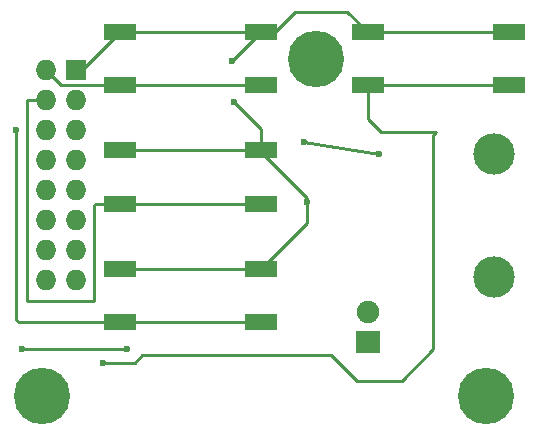
<source format=gbr>
G04 #@! TF.FileFunction,Copper,L1,Top,Signal*
%FSLAX46Y46*%
G04 Gerber Fmt 4.6, Leading zero omitted, Abs format (unit mm)*
G04 Created by KiCad (PCBNEW (2015-08-05 BZR 6055, Git fa29c62)-product) date 3/31/2016 4:17:09 PM*
%MOMM*%
G01*
G04 APERTURE LIST*
%ADD10C,0.100000*%
%ADD11C,4.762500*%
%ADD12R,2.000000X1.900000*%
%ADD13C,1.900000*%
%ADD14C,3.500000*%
%ADD15R,1.727200X1.727200*%
%ADD16O,1.727200X1.727200*%
%ADD17R,2.825000X1.400000*%
%ADD18C,0.600000*%
%ADD19C,0.250000*%
G04 APERTURE END LIST*
D10*
D11*
X151000000Y-73500000D03*
X113400000Y-73500000D03*
D12*
X141000000Y-69000000D03*
D13*
X141000000Y-66460000D03*
D14*
X151660000Y-53088000D03*
X151660000Y-63498000D03*
D15*
X116332000Y-45974000D03*
D16*
X113792000Y-45974000D03*
X116332000Y-48514000D03*
X113792000Y-48514000D03*
X116332000Y-51054000D03*
X113792000Y-51054000D03*
X116332000Y-53594000D03*
X113792000Y-53594000D03*
X116332000Y-56134000D03*
X113792000Y-56134000D03*
X116332000Y-58674000D03*
X113792000Y-58674000D03*
X116332000Y-61214000D03*
X113792000Y-61214000D03*
X116332000Y-63754000D03*
X113792000Y-63754000D03*
D17*
X132000000Y-42750000D03*
X132000000Y-47250000D03*
X120000000Y-47250000D03*
X120000000Y-42750000D03*
X132000000Y-52750000D03*
X132000000Y-57250000D03*
X120000000Y-57250000D03*
X120000000Y-52750000D03*
X132000000Y-62750000D03*
X132000000Y-67250000D03*
X120000000Y-67250000D03*
X120000000Y-62750000D03*
X153000000Y-42750000D03*
X153000000Y-47250000D03*
X141000000Y-47250000D03*
X141000000Y-42750000D03*
D11*
X136600000Y-45000000D03*
D18*
X111760000Y-69596000D03*
X120650000Y-69596000D03*
X135636000Y-52070000D03*
X141986000Y-53086000D03*
X129667000Y-48641000D03*
X129540000Y-45212000D03*
X135890000Y-57150000D03*
X118618000Y-70739000D03*
X111252000Y-51054000D03*
D19*
X120650000Y-69596000D02*
X111760000Y-69596000D01*
X141986000Y-53086000D02*
X135636000Y-52070000D01*
X132000000Y-42750000D02*
X132000000Y-42752000D01*
X132000000Y-42752000D02*
X129540000Y-45212000D01*
X132000000Y-50974000D02*
X132000000Y-52750000D01*
X129667000Y-48641000D02*
X132000000Y-50974000D01*
X135890000Y-57150000D02*
X135890000Y-57277000D01*
X132000000Y-52750000D02*
X132000000Y-52879000D01*
X132000000Y-52879000D02*
X135890000Y-56769000D01*
X135890000Y-58860000D02*
X132000000Y-62750000D01*
X135890000Y-56769000D02*
X135890000Y-57277000D01*
X135890000Y-57277000D02*
X135890000Y-58860000D01*
X132080000Y-42830000D02*
X132000000Y-42750000D01*
X132000000Y-52750000D02*
X132000000Y-52752000D01*
X120000000Y-62750000D02*
X132000000Y-62750000D01*
X141000000Y-42750000D02*
X153000000Y-42750000D01*
X132000000Y-42750000D02*
X133145000Y-42750000D01*
X133145000Y-42750000D02*
X134874000Y-41021000D01*
X139271000Y-41021000D02*
X141000000Y-42750000D01*
X134874000Y-41021000D02*
X139271000Y-41021000D01*
X132000000Y-42750000D02*
X120000000Y-42750000D01*
X116332000Y-45974000D02*
X116776000Y-45974000D01*
X116776000Y-45974000D02*
X120000000Y-42750000D01*
X120000000Y-52750000D02*
X132000000Y-52750000D01*
X141000000Y-47250000D02*
X141000000Y-50068000D01*
X121285000Y-70739000D02*
X118618000Y-70739000D01*
X121920000Y-70104000D02*
X121285000Y-70739000D01*
X137922000Y-70104000D02*
X121920000Y-70104000D01*
X140081000Y-72263000D02*
X137922000Y-70104000D01*
X143891000Y-72263000D02*
X140081000Y-72263000D01*
X146558000Y-69596000D02*
X143891000Y-72263000D01*
X146558000Y-51435000D02*
X146558000Y-69596000D01*
X146812000Y-51181000D02*
X146558000Y-51435000D01*
X142113000Y-51181000D02*
X146812000Y-51181000D01*
X141000000Y-50068000D02*
X142113000Y-51181000D01*
X141000000Y-47250000D02*
X153000000Y-47250000D01*
X132000000Y-67250000D02*
X120000000Y-67250000D01*
X120000000Y-67250000D02*
X111439000Y-67250000D01*
X111252000Y-51181000D02*
X111252000Y-51054000D01*
X111252000Y-67063000D02*
X111252000Y-51181000D01*
X111439000Y-67250000D02*
X111252000Y-67063000D01*
X117856000Y-65532000D02*
X112141000Y-65532000D01*
X117956000Y-57250000D02*
X117856000Y-57350000D01*
X117856000Y-57350000D02*
X117856000Y-65532000D01*
X120000000Y-57250000D02*
X117956000Y-57250000D01*
X112141000Y-48514000D02*
X113792000Y-48514000D01*
X112141000Y-65532000D02*
X112141000Y-48514000D01*
X120000000Y-57250000D02*
X132000000Y-57250000D01*
X132000000Y-47250000D02*
X120000000Y-47250000D01*
X120000000Y-47250000D02*
X115068000Y-47250000D01*
X115068000Y-47250000D02*
X113792000Y-45974000D01*
M02*

</source>
